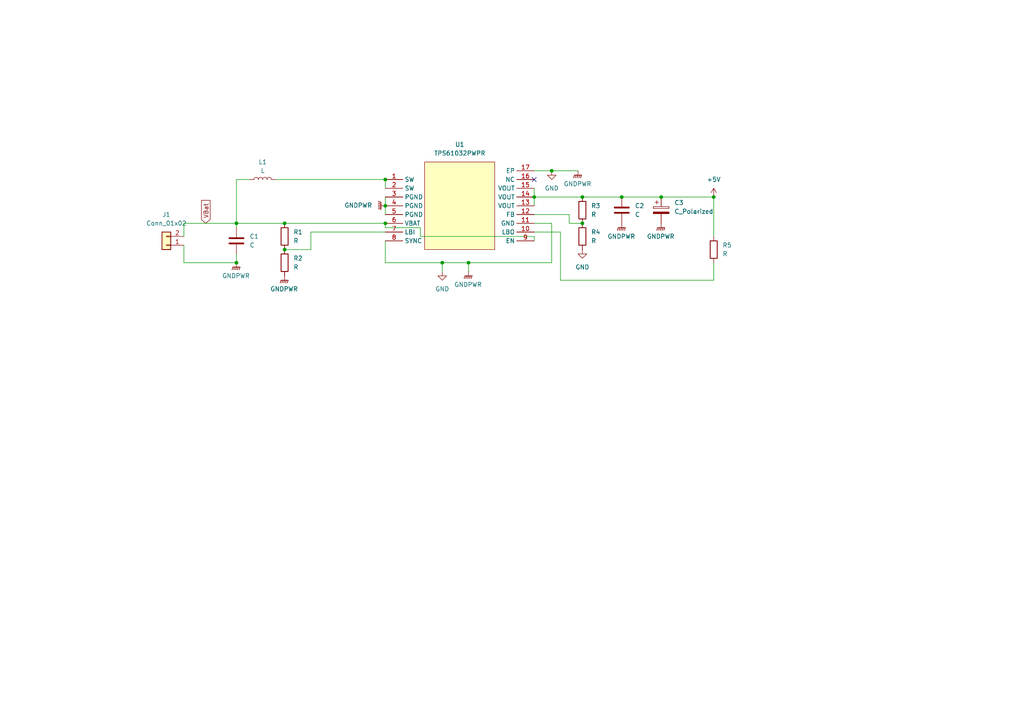
<source format=kicad_sch>
(kicad_sch (version 20231120) (generator "eeschema") (generator_version "8.0")
  (paper "A4")
  (lib_symbols
    (symbol "Connector_Generic:Conn_01x02" (pin_names (offset 1.016) hide)
      (property "Reference" "J" (at 0 2.54 0))
      (property "Value" "Conn_01x02" (at 0 -5.08 0))
      (symbol "Conn_01x02_1_1"
        (rectangle (start -1.27 -2.413) (end 0 -2.667) (stroke (width 0.1524)))
        (rectangle (start -1.27 0.127) (end 0 -0.127) (stroke (width 0.1524)))
        (rectangle (start -1.27 1.27) (end 1.27 -3.81) (stroke (width 0.254)) (fill (type background)))
        (pin passive line (at -5.08 0 0) (length 3.81) (name "Pin_1") (number "1"))
        (pin passive line (at -5.08 -2.54 0) (length 3.81) (name "Pin_2") (number "2"))
      )
    )
    (symbol "Device:C" (pin_numbers hide) (pin_names (offset 0.254))
      (property "Reference" "C" (at 0.635 2.54 0))
      (property "Value" "C" (at 0.635 -2.54 0))
      (symbol "C_0_1"
        (polyline (pts (xy -2.032 -0.762) (xy 2.032 -0.762)) (stroke (width 0.508)))
        (polyline (pts (xy -2.032 0.762) (xy 2.032 0.762)) (stroke (width 0.508)))
      )
      (symbol "C_1_1"
        (pin passive line (at 0 3.81 270) (length 2.794) (name "~") (number "1"))
        (pin passive line (at 0 -3.81 90) (length 2.794) (name "~") (number "2"))
      )
    )
    (symbol "Device:C_Polarized" (pin_numbers hide) (pin_names (offset 0.254))
      (property "Reference" "C" (at 0.635 2.54 0))
      (property "Value" "C_Polarized" (at 0.635 -2.54 0))
      (symbol "C_Polarized_0_1"
        (rectangle (start -2.286 0.508) (end 2.286 1.016))
        (polyline (pts (xy -1.778 2.286) (xy -0.762 2.286)))
        (polyline (pts (xy -1.27 2.794) (xy -1.27 1.778)))
        (rectangle (start 2.286 -0.508) (end -2.286 -1.016) (fill (type outline)))
      )
      (symbol "C_Polarized_1_1"
        (pin passive line (at 0 3.81 270) (length 2.794) (name "~") (number "1"))
        (pin passive line (at 0 -3.81 90) (length 2.794) (name "~") (number "2"))
      )
    )
    (symbol "Device:L" (pin_numbers hide) (pin_names (offset 1.016) hide)
      (property "Reference" "L" (at -1.27 0 90))
      (property "Value" "L" (at 1.905 0 90))
      (symbol "L_0_1"
        (arc (start 0 -2.54) (mid 0.6323 -1.905) (end 0 -1.27))
        (arc (start 0 -1.27) (mid 0.6323 -0.635) (end 0 0))
        (arc (start 0 0) (mid 0.6323 0.635) (end 0 1.27))
        (arc (start 0 1.27) (mid 0.6323 1.905) (end 0 2.54))
      )
      (symbol "L_1_1"
        (pin passive line (at 0 3.81 270) (length 1.27) (name "1") (number "1"))
        (pin passive line (at 0 -3.81 90) (length 1.27) (name "2") (number "2"))
      )
    )
    (symbol "Device:R" (pin_numbers hide) (pin_names (offset 0))
      (property "Reference" "R" (at 2.032 0 90))
      (property "Value" "R" (at 0 0 90))
      (symbol "R_0_1"
        (rectangle (start -1.016 -2.54) (end 1.016 2.54) (stroke (width 0.254)))
      )
      (symbol "R_1_1"
        (pin passive line (at 0 3.81 270) (length 1.27) (name "~") (number "1"))
        (pin passive line (at 0 -3.81 90) (length 1.27) (name "~") (number "2"))
      )
    )
    (symbol "easyeda2kicad:TPS61032PWPR"
      (property "Reference" "U" (at 0 15.24 0))
      (property "Value" "TPS61032PWPR" (at 0 -15.24 0))
      (symbol "TPS61032PWPR_0_1"
        (rectangle (start -10.16 12.7) (end 10.16 -12.7) (fill (type background)))
        (pin unspecified line (at -21.59 7.62 0) (length 5.08) (name "SW") (number "1"))
        (pin unspecified line (at 21.59 -7.62 180) (length 5.08) (name "LBO") (number "10"))
        (pin unspecified line (at 21.59 -5.08 180) (length 5.08) (name "GND") (number "11"))
        (pin unspecified line (at 21.59 -2.54 180) (length 5.08) (name "FB") (number "12"))
        (pin unspecified line (at 21.59 0 180) (length 5.08) (name "VOUT") (number "13"))
        (pin unspecified line (at 21.59 2.54 180) (length 5.08) (name "VOUT") (number "14"))
        (pin unspecified line (at 21.59 5.08 180) (length 5.08) (name "VOUT") (number "15"))
        (pin unspecified line (at 21.59 7.62 180) (length 5.08) (name "NC") (number "16"))
        (pin unspecified line (at 21.59 10.16 180) (length 5.08) (name "EP") (number "17"))
        (pin unspecified line (at -21.59 5.08 0) (length 5.08) (name "SW") (number "2"))
        (pin unspecified line (at -21.59 2.54 0) (length 5.08) (name "PGND") (number "3"))
        (pin unspecified line (at -21.59 0 0) (length 5.08) (name "PGND") (number "4"))
        (pin unspecified line (at -21.59 -2.54 0) (length 5.08) (name "PGND") (number "5"))
        (pin unspecified line (at -21.59 -5.08 0) (length 5.08) (name "VBAT") (number "6"))
        (pin unspecified line (at -21.59 -7.62 0) (length 5.08) (name "LBI") (number "7"))
        (pin unspecified line (at -21.59 -10.16 0) (length 5.08) (name "SYNC") (number "8"))
        (pin unspecified line (at 21.59 -10.16 180) (length 5.08) (name "EN") (number "9"))
      )
    )
    (symbol "power:+5V" (power) (pin_numbers hide) (pin_names (offset 0) hide)
      (property "Value" "+5V" (at 0 3.556 0))
      (symbol "+5V_0_1"
        (polyline (pts (xy -0.762 1.27) (xy 0 2.54)))
        (polyline (pts (xy 0 0) (xy 0 2.54)))
        (polyline (pts (xy 0 2.54) (xy 0.762 1.27)))
      )
      (symbol "+5V_1_1"
        (pin power_in line (at 0 0 90) (length 0) (name "~") (number "1"))
      )
    )
    (symbol "power:GND" (power) (pin_numbers hide) (pin_names (offset 0) hide)
      (property "Value" "GND" (at 0 -3.81 0))
      (symbol "GND_0_1"
        (polyline (pts (xy 0 0) (xy 0 -1.27) (xy 1.27 -1.27) (xy 0 -2.54) (xy -1.27 -1.27) (xy 0 -1.27)))
      )
      (symbol "GND_1_1"
        (pin power_in line (at 0 0 270) (length 0) (name "~") (number "1"))
      )
    )
    (symbol "power:GNDPWR" (power) (pin_numbers hide) (pin_names (offset 0) hide)
      (property "Value" "GNDPWR" (at 0 -3.302 0))
      (symbol "GNDPWR_0_1"
        (polyline (pts (xy 0 -1.27) (xy 0 0)))
        (polyline (pts (xy -1.016 -1.27) (xy -1.27 -2.032) (xy -1.27 -2.032)) (stroke (width 0.2032)))
        (polyline (pts (xy -0.508 -1.27) (xy -0.762 -2.032) (xy -0.762 -2.032)) (stroke (width 0.2032)))
        (polyline (pts (xy 0 -1.27) (xy -0.254 -2.032) (xy -0.254 -2.032)) (stroke (width 0.2032)))
        (polyline (pts (xy 0.508 -1.27) (xy 0.254 -2.032) (xy 0.254 -2.032)) (stroke (width 0.2032)))
        (polyline (pts (xy 1.016 -1.27) (xy -1.016 -1.27) (xy -1.016 -1.27)) (stroke (width 0.2032)))
        (polyline (pts (xy 1.016 -1.27) (xy 0.762 -2.032) (xy 0.762 -2.032) (xy 0.762 -2.032)) (stroke (width 0.2032)))
      )
      (symbol "GNDPWR_1_1"
        (pin power_in line (at 0 0 270) (length 0) (name "~") (number "1"))
      )
    )
  )
  (junction (at 160.02 49.53))
  (junction (at 68.58 76.2))
  (junction (at 207.01 57.15))
  (junction (at 111.76 64.77))
  (junction (at 68.58 64.77))
  (junction (at 111.76 59.69))
  (junction (at 168.91 64.77))
  (junction (at 191.77 57.15))
  (junction (at 128.27 76.2))
  (junction (at 154.94 57.15))
  (junction (at 135.89 76.2))
  (junction (at 82.55 72.39))
  (junction (at 82.55 64.77))
  (junction (at 168.91 57.15))
  (junction (at 111.76 52.07))
  (junction (at 180.34 57.15))
  (no_connect (at 154.94 52.07))
  (wire (pts (xy 154.94 68.58) (xy 121.92 68.58)))
  (wire (pts (xy 162.56 67.31) (xy 162.56 81.28)))
  (wire (pts (xy 162.56 81.28) (xy 207.01 81.28)))
  (wire (pts (xy 53.34 64.77) (xy 68.58 64.77)))
  (wire (pts (xy 135.89 76.2) (xy 160.02 76.2)))
  (wire (pts (xy 111.76 57.15) (xy 111.76 59.69)))
  (wire (pts (xy 68.58 64.77) (xy 68.58 66.04)))
  (wire (pts (xy 53.34 76.2) (xy 68.58 76.2)))
  (wire (pts (xy 90.17 67.31) (xy 90.17 72.39)))
  (wire (pts (xy 68.58 64.77) (xy 82.55 64.77)))
  (wire (pts (xy 68.58 64.77) (xy 68.58 52.07)))
  (wire (pts (xy 154.94 54.61) (xy 154.94 57.15)))
  (wire (pts (xy 68.58 73.66) (xy 68.58 76.2)))
  (wire (pts (xy 111.76 66.04) (xy 111.76 64.77)))
  (wire (pts (xy 53.34 68.58) (xy 53.34 64.77)))
  (wire (pts (xy 68.58 52.07) (xy 72.39 52.07)))
  (wire (pts (xy 154.94 57.15) (xy 168.91 57.15)))
  (wire (pts (xy 154.94 62.23) (xy 165.1 62.23)))
  (wire (pts (xy 121.92 68.58) (xy 121.92 66.04)))
  (wire (pts (xy 128.27 76.2) (xy 128.27 78.74)))
  (wire (pts (xy 53.34 71.12) (xy 53.34 76.2)))
  (wire (pts (xy 207.01 57.15) (xy 207.01 68.58)))
  (wire (pts (xy 191.77 57.15) (xy 207.01 57.15)))
  (wire (pts (xy 165.1 64.77) (xy 168.91 64.77)))
  (wire (pts (xy 111.76 59.69) (xy 111.76 62.23)))
  (wire (pts (xy 111.76 67.31) (xy 90.17 67.31)))
  (wire (pts (xy 154.94 67.31) (xy 162.56 67.31)))
  (wire (pts (xy 135.89 76.2) (xy 135.89 78.74)))
  (wire (pts (xy 128.27 76.2) (xy 135.89 76.2)))
  (wire (pts (xy 180.34 57.15) (xy 191.77 57.15)))
  (wire (pts (xy 80.01 52.07) (xy 111.76 52.07)))
  (wire (pts (xy 168.91 57.15) (xy 180.34 57.15)))
  (wire (pts (xy 165.1 62.23) (xy 165.1 64.77)))
  (wire (pts (xy 154.94 68.58) (xy 154.94 69.85)))
  (wire (pts (xy 160.02 76.2) (xy 160.02 64.77)))
  (wire (pts (xy 111.76 69.85) (xy 111.76 76.2)))
  (wire (pts (xy 121.92 66.04) (xy 111.76 66.04)))
  (wire (pts (xy 90.17 72.39) (xy 82.55 72.39)))
  (wire (pts (xy 154.94 57.15) (xy 154.94 59.69)))
  (wire (pts (xy 160.02 49.53) (xy 167.64 49.53)))
  (wire (pts (xy 160.02 64.77) (xy 154.94 64.77)))
  (wire (pts (xy 82.55 64.77) (xy 111.76 64.77)))
  (wire (pts (xy 111.76 52.07) (xy 111.76 54.61)))
  (wire (pts (xy 154.94 49.53) (xy 160.02 49.53)))
  (wire (pts (xy 207.01 81.28) (xy 207.01 76.2)))
  (wire (pts (xy 111.76 76.2) (xy 128.27 76.2)))
  (global_label "VBat" (shape input) (at 59.69 64.77 90) (property "Intersheetrefs" "${INTERSHEET_REFS}" (effects (hide yes))))
  (symbol (lib_id "power:+5V") (at 207.01 57.15 0) (unit 1)
    (property "Reference" "#PWR01" (effects (hide yes)))
    (property "Value" "+5V" (at 207.01 52.07 0))
    (property "Description" "Power symbol creates a global label with name \"+5V\"" (effects (hide yes)))
  )
  (symbol (lib_id "power:GNDPWR") (at 68.58 76.2 0) (unit 1)
    (property "Reference" "#PWR07" (effects (hide yes)))
    (property "Value" "GNDPWR" (at 68.453 80.01 0))
    (property "Description" "Power symbol creates a global label with name \"GNDPWR\" , global ground" (effects (hide yes)))
  )
  (symbol (lib_id "power:GND") (at 160.02 49.53 0) (unit 1)
    (property "Reference" "#PWR012" (effects (hide yes)))
    (property "Value" "GND" (at 160.02 54.61 0))
    (property "Description" "Power symbol creates a global label with name \"GND\" , ground" (effects (hide yes)))
  )
  (symbol (lib_id "power:GNDPWR") (at 180.34 64.77 0) (unit 1)
    (property "Reference" "#PWR010" (effects (hide yes)))
    (property "Value" "GNDPWR" (at 180.213 68.58 0))
    (property "Description" "Power symbol creates a global label with name \"GNDPWR\" , global ground" (effects (hide yes)))
  )
  (symbol (lib_id "Device:R") (at 168.91 68.58 0) (unit 1)
    (property "Reference" "R4" (at 171.45 67.3099 0) (effects (justify left)))
    (property "Value" "R" (at 171.45 69.8499 0) (effects (justify left)))
    (property "Footprint" "Resistor_SMD:R_1206_3216Metric" (effects (hide yes)))
    (property "Description" "Resistor" (effects (hide yes)))
  )
  (symbol (lib_id "power:GNDPWR") (at 167.64 49.53 0) (unit 1)
    (property "Reference" "#PWR013" (effects (hide yes)))
    (property "Value" "GNDPWR" (at 167.513 53.34 0))
    (property "Description" "Power symbol creates a global label with name \"GNDPWR\" , global ground" (effects (hide yes)))
  )
  (symbol (lib_id "Connector_Generic:Conn_01x02") (at 48.26 71.12 180) (unit 1)
    (property "Reference" "J1" (at 48.26 62.23 0))
    (property "Value" "Conn_01x02" (at 48.26 64.77 0))
    (property "Footprint" "Connector_PinHeader_2.54mm:PinHeader_1x02_P2.54mm_Horizontal" (effects (hide yes)))
    (property "Description" "Generic connector, single row, 01x02, script generated (kicad-library-utils/schlib/autogen/connector/)" (effects (hide yes)))
  )
  (symbol (lib_id "Device:R") (at 168.91 60.96 0) (unit 1)
    (property "Reference" "R3" (at 171.45 59.6899 0) (effects (justify left)))
    (property "Value" "R" (at 171.45 62.2299 0) (effects (justify left)))
    (property "Footprint" "Resistor_SMD:R_1206_3216Metric" (effects (hide yes)))
    (property "Description" "Resistor" (effects (hide yes)))
  )
  (symbol (lib_id "Device:R") (at 82.55 68.58 0) (unit 1)
    (property "Reference" "R1" (at 85.09 67.3099 0) (effects (justify left)))
    (property "Value" "R" (at 85.09 69.8499 0) (effects (justify left)))
    (property "Footprint" "Resistor_SMD:R_1206_3216Metric" (effects (hide yes)))
    (property "Description" "Resistor" (effects (hide yes)))
  )
  (symbol (lib_id "power:GND") (at 168.91 72.39 0) (unit 1)
    (property "Reference" "#PWR09" (effects (hide yes)))
    (property "Value" "GND" (at 168.91 77.47 0))
    (property "Description" "Power symbol creates a global label with name \"GND\" , ground" (effects (hide yes)))
  )
  (symbol (lib_id "power:GNDPWR") (at 135.89 78.74 0) (unit 1)
    (property "Reference" "#PWR05" (effects (hide yes)))
    (property "Value" "GNDPWR" (at 135.763 82.55 0))
    (property "Description" "Power symbol creates a global label with name \"GNDPWR\" , global ground" (effects (hide yes)))
  )
  (symbol (lib_id "power:GNDPWR") (at 111.76 59.69 270) (unit 1)
    (property "Reference" "#PWR06" (effects (hide yes)))
    (property "Value" "GNDPWR" (at 107.95 59.5629 90) (effects (justify right)))
    (property "Description" "Power symbol creates a global label with name \"GNDPWR\" , global ground" (effects (hide yes)))
  )
  (symbol (lib_id "power:GNDPWR") (at 82.55 80.01 0) (unit 1)
    (property "Reference" "#PWR08" (effects (hide yes)))
    (property "Value" "GNDPWR" (at 82.423 83.82 0))
    (property "Description" "Power symbol creates a global label with name \"GNDPWR\" , global ground" (effects (hide yes)))
  )
  (symbol (lib_id "Device:C_Polarized") (at 191.77 60.96 0) (unit 1)
    (property "Reference" "C3" (at 195.58 58.8009 0) (effects (justify left)))
    (property "Value" "C_Polarized" (at 195.58 61.3409 0) (effects (justify left)))
    (property "Description" "Polarized capacitor" (effects (hide yes)))
  )
  (symbol (lib_id "Device:L") (at 76.2 52.07 270) (mirror x) (unit 1)
    (property "Reference" "L1" (at 76.2 46.99 90))
    (property "Value" "L" (at 76.2 49.53 90))
    (property "Description" "Inductor" (effects (hide yes)))
  )
  (symbol (lib_id "easyeda2kicad:TPS61032PWPR") (at 133.35 59.69 0) (unit 1)
    (property "Reference" "U1" (at 133.35 41.91 0))
    (property "Value" "TPS61032PWPR" (at 133.35 44.45 0))
    (property "Footprint" "easyeda2kicad:HTSSOP-16_L5.0-W4.4-P0.65-LS6.4-BL-EP" (effects (hide yes)))
    (property "Datasheet" "https://lcsc.com/product-detail/DC-DC-Converters_TI_TPS61032PWPR_TPS61032PWPR_C88716.html" (effects (hide yes)))
    (property "LCSC Part" "C88716" (effects (hide yes)))
  )
  (symbol (lib_id "Device:C") (at 68.58 69.85 0) (unit 1)
    (property "Reference" "C1" (at 72.39 68.5799 0) (effects (justify left)))
    (property "Value" "C" (at 72.39 71.1199 0) (effects (justify left)))
    (property "Footprint" "Capacitor_SMD:C_1206_3216Metric" (effects (hide yes)))
    (property "Description" "Unpolarized capacitor" (effects (hide yes)))
  )
  (symbol (lib_id "Device:C") (at 180.34 60.96 0) (unit 1)
    (property "Reference" "C2" (at 184.15 59.6899 0) (effects (justify left)))
    (property "Value" "C" (at 184.15 62.2299 0) (effects (justify left)))
    (property "Footprint" "Capacitor_SMD:C_1206_3216Metric" (effects (hide yes)))
    (property "Description" "Unpolarized capacitor" (effects (hide yes)))
  )
  (symbol (lib_id "power:GNDPWR") (at 191.77 64.77 0) (unit 1)
    (property "Reference" "#PWR011" (effects (hide yes)))
    (property "Value" "GNDPWR" (at 191.643 68.58 0))
    (property "Description" "Power symbol creates a global label with name \"GNDPWR\" , global ground" (effects (hide yes)))
  )
  (symbol (lib_id "Device:R") (at 82.55 76.2 0) (unit 1)
    (property "Reference" "R2" (at 85.09 74.9299 0) (effects (justify left)))
    (property "Value" "R" (at 85.09 77.4699 0) (effects (justify left)))
    (property "Footprint" "Resistor_SMD:R_1206_3216Metric" (effects (hide yes)))
    (property "Description" "Resistor" (effects (hide yes)))
  )
  (symbol (lib_id "Device:R") (at 207.01 72.39 0) (unit 1)
    (property "Reference" "R5" (at 209.55 71.1199 0) (effects (justify left)))
    (property "Value" "R" (at 209.55 73.6599 0) (effects (justify left)))
    (property "Footprint" "Resistor_SMD:R_1206_3216Metric" (effects (hide yes)))
    (property "Description" "Resistor" (effects (hide yes)))
  )
  (symbol (lib_id "power:GND") (at 128.27 78.74 0) (unit 1)
    (property "Reference" "#PWR04" (effects (hide yes)))
    (property "Value" "GND" (at 128.27 83.82 0))
    (property "Description" "Power symbol creates a global label with name \"GND\" , ground" (effects (hide yes)))
  )
)
</source>
